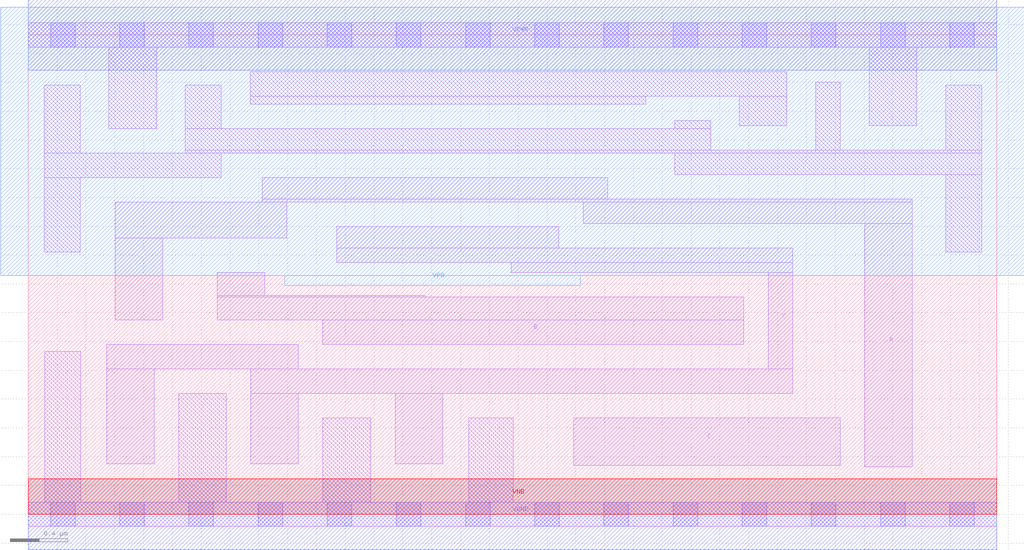
<source format=lef>
# Copyright 2020 The SkyWater PDK Authors
#
# Licensed under the Apache License, Version 2.0 (the "License");
# you may not use this file except in compliance with the License.
# You may obtain a copy of the License at
#
#     https://www.apache.org/licenses/LICENSE-2.0
#
# Unless required by applicable law or agreed to in writing, software
# distributed under the License is distributed on an "AS IS" BASIS,
# WITHOUT WARRANTIES OR CONDITIONS OF ANY KIND, either express or implied.
# See the License for the specific language governing permissions and
# limitations under the License.
#
# SPDX-License-Identifier: Apache-2.0

VERSION 5.7 ;
  NOWIREEXTENSIONATPIN ON ;
  DIVIDERCHAR "/" ;
  BUSBITCHARS "[]" ;
MACRO sky130_fd_sc_ls__nor3_4
  CLASS CORE ;
  FOREIGN sky130_fd_sc_ls__nor3_4 ;
  ORIGIN  0.000000  0.000000 ;
  SIZE  6.720000 BY  3.330000 ;
  SYMMETRY X Y ;
  SITE unit ;
  PIN A
    ANTENNAGATEAREA  0.894000 ;
    DIRECTION INPUT ;
    USE SIGNAL ;
    PORT
      LAYER li1 ;
        RECT 0.605000 1.350000 0.935000 1.920000 ;
        RECT 0.605000 1.920000 1.795000 2.170000 ;
        RECT 1.625000 2.170000 6.135000 2.190000 ;
        RECT 1.625000 2.190000 4.020000 2.340000 ;
        RECT 3.850000 2.020000 6.135000 2.170000 ;
        RECT 5.805000 0.330000 6.135000 2.020000 ;
    END
  END A
  PIN B
    ANTENNAGATEAREA  0.894000 ;
    DIRECTION INPUT ;
    USE SIGNAL ;
    PORT
      LAYER li1 ;
        RECT 1.310000 1.350000 4.965000 1.510000 ;
        RECT 1.310000 1.510000 2.755000 1.520000 ;
        RECT 1.310000 1.520000 1.640000 1.680000 ;
        RECT 2.045000 1.180000 4.965000 1.350000 ;
    END
  END B
  PIN C
    ANTENNAGATEAREA  0.894000 ;
    DIRECTION INPUT ;
    USE SIGNAL ;
    PORT
      LAYER li1 ;
        RECT 3.785000 0.340000 5.635000 0.670000 ;
    END
  END C
  PIN VNB
    PORT
      LAYER pwell ;
        RECT 0.000000 0.000000 6.720000 0.245000 ;
    END
  END VNB
  PIN VPB
    PORT
      LAYER nwell ;
        RECT -0.190000 1.660000 6.910000 3.520000 ;
        RECT  1.780000 1.590000 3.830000 1.660000 ;
    END
  END VPB
  PIN Y
    ANTENNADIFFAREA  1.674800 ;
    DIRECTION OUTPUT ;
    USE SIGNAL ;
    PORT
      LAYER li1 ;
        RECT 0.545000 0.350000 0.875000 1.010000 ;
        RECT 0.545000 1.010000 1.875000 1.180000 ;
        RECT 1.545000 0.350000 1.875000 0.840000 ;
        RECT 1.545000 0.840000 5.305000 1.010000 ;
        RECT 2.140000 1.750000 5.305000 1.850000 ;
        RECT 2.140000 1.850000 3.680000 2.000000 ;
        RECT 2.545000 0.350000 2.875000 0.840000 ;
        RECT 3.350000 1.680000 5.305000 1.750000 ;
        RECT 5.135000 1.010000 5.305000 1.680000 ;
    END
  END Y
  PIN VGND
    DIRECTION INOUT ;
    SHAPE ABUTMENT ;
    USE GROUND ;
    PORT
      LAYER met1 ;
        RECT 0.000000 -0.245000 6.720000 0.245000 ;
    END
  END VGND
  PIN VPWR
    DIRECTION INOUT ;
    SHAPE ABUTMENT ;
    USE POWER ;
    PORT
      LAYER met1 ;
        RECT 0.000000 3.085000 6.720000 3.575000 ;
    END
  END VPWR
  OBS
    LAYER li1 ;
      RECT 0.000000 -0.085000 6.720000 0.085000 ;
      RECT 0.000000  3.245000 6.720000 3.415000 ;
      RECT 0.110000  1.820000 0.360000 2.340000 ;
      RECT 0.110000  2.340000 1.340000 2.510000 ;
      RECT 0.110000  2.510000 0.360000 2.980000 ;
      RECT 0.115000  0.085000 0.365000 1.130000 ;
      RECT 0.560000  2.680000 0.890000 3.245000 ;
      RECT 1.045000  0.085000 1.375000 0.840000 ;
      RECT 1.090000  2.510000 6.615000 2.530000 ;
      RECT 1.090000  2.530000 4.735000 2.680000 ;
      RECT 1.090000  2.680000 1.340000 2.980000 ;
      RECT 1.540000  2.850000 4.285000 2.905000 ;
      RECT 1.540000  2.905000 5.265000 3.075000 ;
      RECT 2.045000  0.085000 2.375000 0.670000 ;
      RECT 3.055000  0.085000 3.365000 0.670000 ;
      RECT 4.485000  2.360000 6.615000 2.510000 ;
      RECT 4.485000  2.680000 4.735000 2.735000 ;
      RECT 4.935000  2.700000 5.265000 2.905000 ;
      RECT 5.465000  2.530000 5.635000 3.000000 ;
      RECT 5.835000  2.700000 6.165000 3.245000 ;
      RECT 6.365000  1.820000 6.615000 2.360000 ;
      RECT 6.365000  2.530000 6.615000 2.980000 ;
    LAYER mcon ;
      RECT 0.155000 -0.085000 0.325000 0.085000 ;
      RECT 0.155000  3.245000 0.325000 3.415000 ;
      RECT 0.635000 -0.085000 0.805000 0.085000 ;
      RECT 0.635000  3.245000 0.805000 3.415000 ;
      RECT 1.115000 -0.085000 1.285000 0.085000 ;
      RECT 1.115000  3.245000 1.285000 3.415000 ;
      RECT 1.595000 -0.085000 1.765000 0.085000 ;
      RECT 1.595000  3.245000 1.765000 3.415000 ;
      RECT 2.075000 -0.085000 2.245000 0.085000 ;
      RECT 2.075000  3.245000 2.245000 3.415000 ;
      RECT 2.555000 -0.085000 2.725000 0.085000 ;
      RECT 2.555000  3.245000 2.725000 3.415000 ;
      RECT 3.035000 -0.085000 3.205000 0.085000 ;
      RECT 3.035000  3.245000 3.205000 3.415000 ;
      RECT 3.515000 -0.085000 3.685000 0.085000 ;
      RECT 3.515000  3.245000 3.685000 3.415000 ;
      RECT 3.995000 -0.085000 4.165000 0.085000 ;
      RECT 3.995000  3.245000 4.165000 3.415000 ;
      RECT 4.475000 -0.085000 4.645000 0.085000 ;
      RECT 4.475000  3.245000 4.645000 3.415000 ;
      RECT 4.955000 -0.085000 5.125000 0.085000 ;
      RECT 4.955000  3.245000 5.125000 3.415000 ;
      RECT 5.435000 -0.085000 5.605000 0.085000 ;
      RECT 5.435000  3.245000 5.605000 3.415000 ;
      RECT 5.915000 -0.085000 6.085000 0.085000 ;
      RECT 5.915000  3.245000 6.085000 3.415000 ;
      RECT 6.395000 -0.085000 6.565000 0.085000 ;
      RECT 6.395000  3.245000 6.565000 3.415000 ;
  END
END sky130_fd_sc_ls__nor3_4
END LIBRARY

</source>
